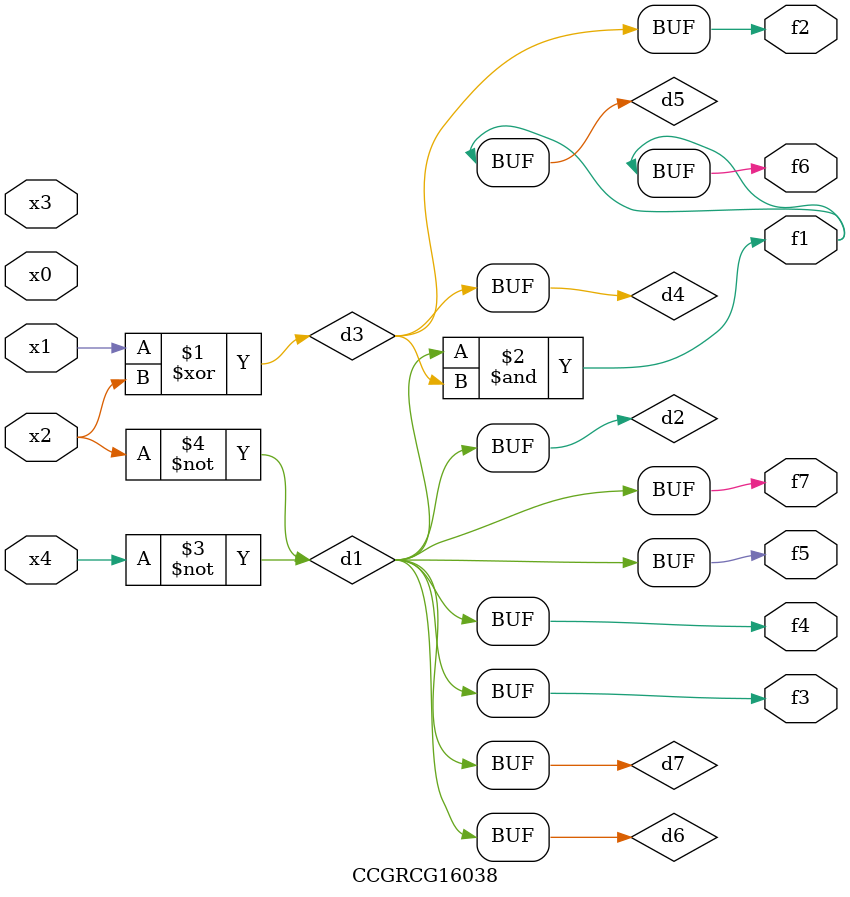
<source format=v>
module CCGRCG16038(
	input x0, x1, x2, x3, x4,
	output f1, f2, f3, f4, f5, f6, f7
);

	wire d1, d2, d3, d4, d5, d6, d7;

	not (d1, x4);
	not (d2, x2);
	xor (d3, x1, x2);
	buf (d4, d3);
	and (d5, d1, d3);
	buf (d6, d1, d2);
	buf (d7, d2);
	assign f1 = d5;
	assign f2 = d4;
	assign f3 = d7;
	assign f4 = d7;
	assign f5 = d7;
	assign f6 = d5;
	assign f7 = d7;
endmodule

</source>
